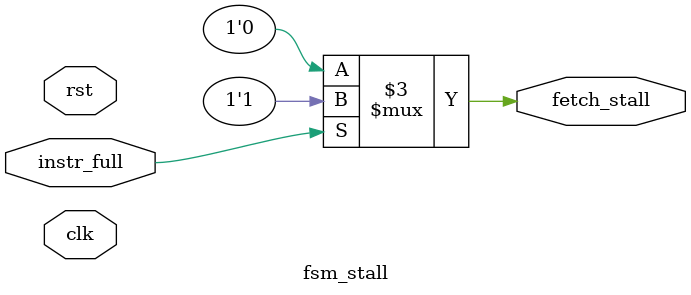
<source format=sv>
module fsm_stall (
    input logic clk,
    input logic rst,

    input  logic instr_full,
    output logic fetch_stall
);

  always_comb begin
    if (instr_full) begin
      fetch_stall = 1'b1;
    end else begin
      fetch_stall = 1'b0;
    end
  end

endmodule

</source>
